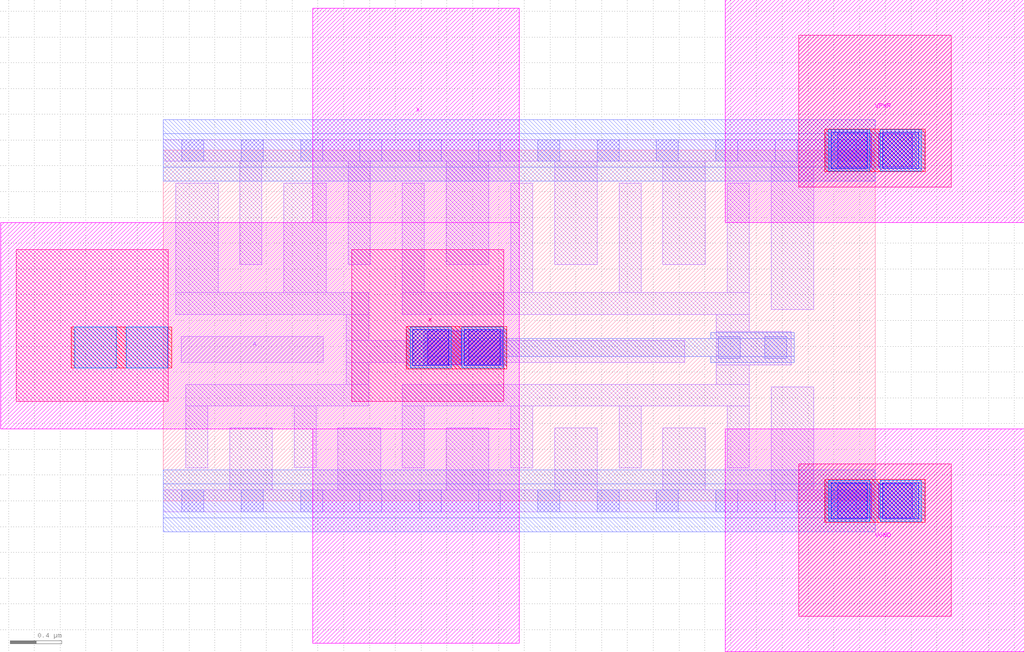
<source format=lef>
# Copyright 2020 The SkyWater PDK Authors
#
# Licensed under the Apache License, Version 2.0 (the "License");
# you may not use this file except in compliance with the License.
# You may obtain a copy of the License at
#
#     https://www.apache.org/licenses/LICENSE-2.0
#
# Unless required by applicable law or agreed to in writing, software
# distributed under the License is distributed on an "AS IS" BASIS,
# WITHOUT WARRANTIES OR CONDITIONS OF ANY KIND, either express or implied.
# See the License for the specific language governing permissions and
# limitations under the License.
#
# SPDX-License-Identifier: Apache-2.0

VERSION 5.7 ;
  NAMESCASESENSITIVE ON ;
  NOWIREEXTENSIONATPIN ON ;
  DIVIDERCHAR "/" ;
  BUSBITCHARS "[]" ;
UNITS
  DATABASE MICRONS 200 ;
END UNITS
MACRO sky130_fd_sc_hd__probec_p_8
  CLASS CORE ;
  FOREIGN sky130_fd_sc_hd__probec_p_8 ;
  ORIGIN  0.000000  0.000000 ;
  SIZE  5.520000 BY  2.720000 ;
  SYMMETRY X Y R90 ;
  SITE unithd ;
  PIN A
    ANTENNAGATEAREA  0.742500 ;
    DIRECTION INPUT ;
    USE SIGNAL ;
    PORT
      LAYER li1 ;
        RECT 0.140000 1.075000 1.240000 1.275000 ;
    END
  END A
  PIN X
    ANTENNADIFFAREA  1.782000 ;
    DIRECTION OUTPUT ;
    USE SIGNAL ;
    PORT
      LAYER met4 ;
        RECT -1.140000 0.770000 0.040000 1.950000 ;
        RECT  1.460000 0.770000 2.640000 1.950000 ;
    END
    PORT
      LAYER met5 ;
        RECT -1.260000  0.560000 2.760000 2.160000 ;
        RECT  1.160000 -1.105000 2.760000 0.560000 ;
        RECT  1.160000  2.160000 2.760000 3.825000 ;
    END
  END X
  PIN VGND
    DIRECTION INOUT ;
    SHAPE ABUTMENT ;
    USE GROUND ;
    PORT
      LAYER met5 ;
        RECT 4.360000 -1.170000 6.675000 0.560000 ;
    END
  END VGND
  PIN VPWR
    DIRECTION INOUT ;
    SHAPE ABUTMENT ;
    USE POWER ;
    PORT
      LAYER met5 ;
        RECT 4.360000 2.160000 6.675000 3.890000 ;
    END
  END VPWR
  OBS
    LAYER li1 ;
      RECT 0.000000 -0.085000 5.520000 0.085000 ;
      RECT 0.000000  2.635000 5.520000 2.805000 ;
      RECT 0.095000  1.445000 1.595000 1.615000 ;
      RECT 0.095000  1.615000 0.425000 2.465000 ;
      RECT 0.175000  0.255000 0.345000 0.735000 ;
      RECT 0.175000  0.735000 1.595000 0.905000 ;
      RECT 0.515000  0.085000 0.845000 0.565000 ;
      RECT 0.595000  1.835000 0.765000 2.635000 ;
      RECT 0.935000  1.615000 1.265000 2.465000 ;
      RECT 1.015000  0.260000 1.185000 0.735000 ;
      RECT 1.355000  0.085000 1.685000 0.565000 ;
      RECT 1.420000  0.905000 1.595000 1.075000 ;
      RECT 1.420000  1.075000 4.045000 1.245000 ;
      RECT 1.420000  1.245000 1.595000 1.445000 ;
      RECT 1.435000  1.835000 1.605000 2.635000 ;
      RECT 1.855000  0.255000 2.025000 0.735000 ;
      RECT 1.855000  0.735000 4.545000 0.905000 ;
      RECT 1.855000  1.445000 4.545000 1.615000 ;
      RECT 1.855000  1.615000 2.025000 2.465000 ;
      RECT 2.195000  0.085000 2.525000 0.565000 ;
      RECT 2.195000  1.835000 2.525000 2.635000 ;
      RECT 2.695000  0.255000 2.865000 0.735000 ;
      RECT 2.695000  1.615000 2.865000 2.465000 ;
      RECT 3.035000  0.085000 3.365000 0.565000 ;
      RECT 3.035000  1.835000 3.365000 2.635000 ;
      RECT 3.535000  0.255000 3.705000 0.735000 ;
      RECT 3.535000  1.615000 3.705000 2.465000 ;
      RECT 3.875000  0.085000 4.205000 0.565000 ;
      RECT 3.875000  1.835000 4.205000 2.635000 ;
      RECT 4.290000  0.905000 4.545000 1.055000 ;
      RECT 4.290000  1.055000 4.870000 1.315000 ;
      RECT 4.290000  1.315000 4.545000 1.445000 ;
      RECT 4.375000  0.255000 4.545000 0.735000 ;
      RECT 4.375000  1.615000 4.545000 2.465000 ;
      RECT 4.715000  0.085000 5.045000 0.885000 ;
      RECT 4.715000  1.485000 5.045000 2.635000 ;
    LAYER mcon ;
      RECT 0.145000 -0.085000 0.315000 0.085000 ;
      RECT 0.145000  2.635000 0.315000 2.805000 ;
      RECT 0.605000 -0.085000 0.775000 0.085000 ;
      RECT 0.605000  2.635000 0.775000 2.805000 ;
      RECT 1.065000 -0.085000 1.235000 0.085000 ;
      RECT 1.065000  2.635000 1.235000 2.805000 ;
      RECT 1.525000 -0.085000 1.695000 0.085000 ;
      RECT 1.525000  2.635000 1.695000 2.805000 ;
      RECT 1.985000 -0.085000 2.155000 0.085000 ;
      RECT 1.985000  2.635000 2.155000 2.805000 ;
      RECT 2.445000 -0.085000 2.615000 0.085000 ;
      RECT 2.445000  2.635000 2.615000 2.805000 ;
      RECT 2.905000 -0.085000 3.075000 0.085000 ;
      RECT 2.905000  2.635000 3.075000 2.805000 ;
      RECT 3.365000 -0.085000 3.535000 0.085000 ;
      RECT 3.365000  2.635000 3.535000 2.805000 ;
      RECT 3.825000 -0.085000 3.995000 0.085000 ;
      RECT 3.825000  2.635000 3.995000 2.805000 ;
      RECT 4.285000 -0.085000 4.455000 0.085000 ;
      RECT 4.285000  2.635000 4.455000 2.805000 ;
      RECT 4.305000  1.105000 4.475000 1.275000 ;
      RECT 4.665000  1.105000 4.835000 1.275000 ;
      RECT 4.745000 -0.085000 4.915000 0.085000 ;
      RECT 4.745000  2.635000 4.915000 2.805000 ;
      RECT 5.205000 -0.085000 5.375000 0.085000 ;
      RECT 5.205000  2.635000 5.375000 2.805000 ;
    LAYER met1 ;
      RECT 0.000000 -0.240000 5.520000 -0.130000 ;
      RECT 0.000000 -0.130000 5.840000  0.130000 ;
      RECT 0.000000  0.130000 5.520000  0.240000 ;
      RECT 0.000000  2.480000 5.520000  2.590000 ;
      RECT 0.000000  2.590000 5.840000  2.850000 ;
      RECT 0.000000  2.850000 5.520000  2.960000 ;
      RECT 2.020000  1.060000 2.660000  1.120000 ;
      RECT 2.020000  1.120000 4.895000  1.260000 ;
      RECT 2.020000  1.260000 2.660000  1.320000 ;
      RECT 4.245000  1.075000 4.895000  1.120000 ;
      RECT 4.245000  1.260000 4.895000  1.305000 ;
    LAYER met2 ;
      RECT 1.890000  1.050000 2.660000 1.330000 ;
      RECT 5.135000 -0.140000 5.905000 0.140000 ;
      RECT 5.135000  2.580000 5.905000 2.860000 ;
    LAYER met3 ;
      RECT -0.715000  1.030000 0.065000 1.350000 ;
      RECT  1.885000  1.025000 2.665000 1.355000 ;
      RECT  5.130000 -0.165000 5.910000 0.165000 ;
      RECT  5.130000  2.555000 5.910000 2.885000 ;
    LAYER met4 ;
      RECT 4.930000 -0.895000 6.110000 0.285000 ;
      RECT 4.930000  2.435000 6.110000 3.615000 ;
    LAYER via ;
      RECT 2.050000  1.060000 2.310000 1.320000 ;
      RECT 2.370000  1.060000 2.630000 1.320000 ;
      RECT 5.230000 -0.130000 5.490000 0.130000 ;
      RECT 5.230000  2.590000 5.490000 2.850000 ;
      RECT 5.550000 -0.130000 5.810000 0.130000 ;
      RECT 5.550000  2.590000 5.810000 2.850000 ;
    LAYER via2 ;
      RECT 1.935000  1.050000 2.215000 1.330000 ;
      RECT 2.335000  1.050000 2.615000 1.330000 ;
      RECT 5.180000 -0.140000 5.460000 0.140000 ;
      RECT 5.180000  2.580000 5.460000 2.860000 ;
      RECT 5.580000 -0.140000 5.860000 0.140000 ;
      RECT 5.580000  2.580000 5.860000 2.860000 ;
    LAYER via3 ;
      RECT -0.685000  1.030000 -0.365000 1.350000 ;
      RECT -0.285000  1.030000  0.035000 1.350000 ;
      RECT  1.915000  1.030000  2.235000 1.350000 ;
      RECT  2.315000  1.030000  2.635000 1.350000 ;
      RECT  5.160000 -0.160000  5.480000 0.160000 ;
      RECT  5.160000  2.560000  5.480000 2.880000 ;
      RECT  5.560000 -0.160000  5.880000 0.160000 ;
      RECT  5.560000  2.560000  5.880000 2.880000 ;
  END
END sky130_fd_sc_hd__probec_p_8
END LIBRARY

</source>
